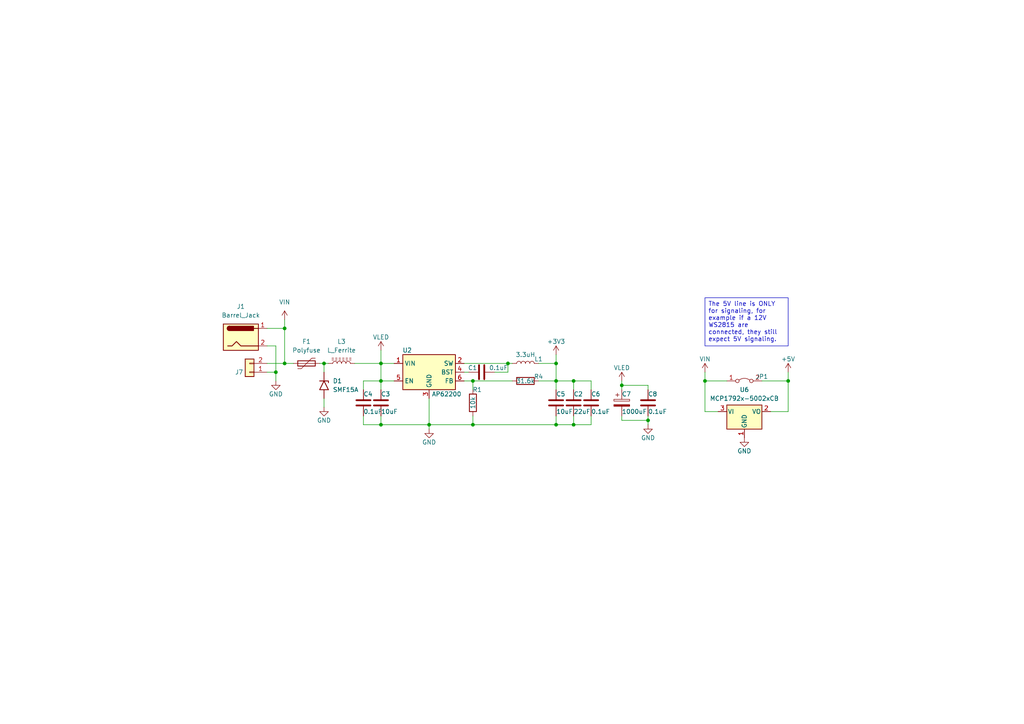
<source format=kicad_sch>
(kicad_sch (version 20230121) (generator eeschema)
  (paper "A4")
  (lib_symbols
    (symbol "Connector:Barrel_Jack" (pin_names (offset 1.016))
      (property "Reference" "J" (at 0 5.334 0))
      (property "Value" "Barrel_Jack" (at 0 -5.08 0))
      (symbol "Barrel_Jack_0_1"
        (rectangle (start -5.08 3.81) (end 5.08 -3.81) (stroke (width 0.254)) (fill (type background)))
        (arc (start -3.302 3.175) (mid -3.9343 2.54) (end -3.302 1.905) (stroke (width 0.254)))
        (arc (start -3.302 3.175) (mid -3.9343 2.54) (end -3.302 1.905) (stroke (width 0.254)) (fill (type outline)))
        (polyline (pts (xy 5.08 2.54) (xy 3.81 2.54)) (stroke (width 0.254)))
        (polyline (pts (xy -3.81 -2.54) (xy -2.54 -2.54) (xy -1.27 -1.27) (xy 0 -2.54) (xy 2.54 -2.54) (xy 5.08 -2.54)) (stroke (width 0.254)))
        (rectangle (start 3.683 3.175) (end -3.302 1.905) (stroke (width 0.254)) (fill (type outline)))
      )
      (symbol "Barrel_Jack_1_1"
        (pin passive line (at 7.62 2.54 180) (length 2.54) (name "~") (number "1"))
        (pin passive line (at 7.62 -2.54 180) (length 2.54) (name "~") (number "2"))
      )
    )
    (symbol "Connector_Generic:Conn_01x02" (pin_names (offset 1.016) hide)
      (property "Reference" "J" (at 0 2.54 0))
      (property "Value" "Conn_01x02" (at 0 -5.08 0))
      (symbol "Conn_01x02_1_1"
        (rectangle (start -1.27 -2.413) (end 0 -2.667) (stroke (width 0.1524)))
        (rectangle (start -1.27 0.127) (end 0 -0.127) (stroke (width 0.1524)))
        (rectangle (start -1.27 1.27) (end 1.27 -3.81) (stroke (width 0.254)) (fill (type background)))
        (pin passive line (at -5.08 0 0) (length 3.81) (name "Pin_1") (number "1"))
        (pin passive line (at -5.08 -2.54 0) (length 3.81) (name "Pin_2") (number "2"))
      )
    )
    (symbol "Device:C" (pin_numbers hide) (pin_names (offset 0.254))
      (property "Reference" "C" (at 0.635 2.54 0))
      (property "Value" "C" (at 0.635 -2.54 0))
      (symbol "C_0_1"
        (polyline (pts (xy -2.032 -0.762) (xy 2.032 -0.762)) (stroke (width 0.508)))
        (polyline (pts (xy -2.032 0.762) (xy 2.032 0.762)) (stroke (width 0.508)))
      )
      (symbol "C_1_1"
        (pin passive line (at 0 3.81 270) (length 2.794) (name "~") (number "1"))
        (pin passive line (at 0 -3.81 90) (length 2.794) (name "~") (number "2"))
      )
    )
    (symbol "Device:C_Polarized" (pin_numbers hide) (pin_names (offset 0.254))
      (property "Reference" "C" (at 0.635 2.54 0))
      (property "Value" "C_Polarized" (at 0.635 -2.54 0))
      (symbol "C_Polarized_0_1"
        (rectangle (start -2.286 0.508) (end 2.286 1.016))
        (polyline (pts (xy -1.778 2.286) (xy -0.762 2.286)))
        (polyline (pts (xy -1.27 2.794) (xy -1.27 1.778)))
        (rectangle (start 2.286 -0.508) (end -2.286 -1.016) (fill (type outline)))
      )
      (symbol "C_Polarized_1_1"
        (pin passive line (at 0 3.81 270) (length 2.794) (name "~") (number "1"))
        (pin passive line (at 0 -3.81 90) (length 2.794) (name "~") (number "2"))
      )
    )
    (symbol "Device:L" (pin_numbers hide) (pin_names (offset 1.016) hide)
      (property "Reference" "L" (at -1.27 0 90))
      (property "Value" "L" (at 1.905 0 90))
      (symbol "L_0_1"
        (arc (start 0 -2.54) (mid 0.6323 -1.905) (end 0 -1.27))
        (arc (start 0 -1.27) (mid 0.6323 -0.635) (end 0 0))
        (arc (start 0 0) (mid 0.6323 0.635) (end 0 1.27))
        (arc (start 0 1.27) (mid 0.6323 1.905) (end 0 2.54))
      )
      (symbol "L_1_1"
        (pin passive line (at 0 3.81 270) (length 1.27) (name "1") (number "1"))
        (pin passive line (at 0 -3.81 90) (length 1.27) (name "2") (number "2"))
      )
    )
    (symbol "Device:L_Ferrite" (pin_numbers hide) (pin_names (offset 1.016) hide)
      (property "Reference" "L" (at -1.27 0 90))
      (property "Value" "L_Ferrite" (at 2.794 0 90))
      (symbol "L_Ferrite_0_1"
        (arc (start 0 -2.54) (mid 0.6323 -1.905) (end 0 -1.27))
        (arc (start 0 -1.27) (mid 0.6323 -0.635) (end 0 0))
        (polyline (pts (xy 1.016 -2.794) (xy 1.016 -2.286)))
        (polyline (pts (xy 1.016 -1.778) (xy 1.016 -1.27)))
        (polyline (pts (xy 1.016 -0.762) (xy 1.016 -0.254)))
        (polyline (pts (xy 1.016 0.254) (xy 1.016 0.762)))
        (polyline (pts (xy 1.016 1.27) (xy 1.016 1.778)))
        (polyline (pts (xy 1.016 2.286) (xy 1.016 2.794)))
        (polyline (pts (xy 1.524 -2.286) (xy 1.524 -2.794)))
        (polyline (pts (xy 1.524 -1.27) (xy 1.524 -1.778)))
        (polyline (pts (xy 1.524 -0.254) (xy 1.524 -0.762)))
        (polyline (pts (xy 1.524 0.762) (xy 1.524 0.254)))
        (polyline (pts (xy 1.524 1.778) (xy 1.524 1.27)))
        (polyline (pts (xy 1.524 2.794) (xy 1.524 2.286)))
        (arc (start 0 0) (mid 0.6323 0.635) (end 0 1.27))
        (arc (start 0 1.27) (mid 0.6323 1.905) (end 0 2.54))
      )
      (symbol "L_Ferrite_1_1"
        (pin passive line (at 0 3.81 270) (length 1.27) (name "1") (number "1"))
        (pin passive line (at 0 -3.81 90) (length 1.27) (name "2") (number "2"))
      )
    )
    (symbol "Device:Polyfuse" (pin_numbers hide) (pin_names (offset 0))
      (property "Reference" "F" (at -2.54 0 90))
      (property "Value" "Polyfuse" (at 2.54 0 90))
      (symbol "Polyfuse_0_1"
        (rectangle (start -0.762 2.54) (end 0.762 -2.54) (stroke (width 0.254)))
        (polyline (pts (xy 0 2.54) (xy 0 -2.54)))
        (polyline (pts (xy -1.524 2.54) (xy -1.524 1.524) (xy 1.524 -1.524) (xy 1.524 -2.54)))
      )
      (symbol "Polyfuse_1_1"
        (pin passive line (at 0 3.81 270) (length 1.27) (name "~") (number "1"))
        (pin passive line (at 0 -3.81 90) (length 1.27) (name "~") (number "2"))
      )
    )
    (symbol "Device:R" (pin_numbers hide) (pin_names (offset 0))
      (property "Reference" "R" (at 2.032 0 90))
      (property "Value" "R" (at 0 0 90))
      (symbol "R_0_1"
        (rectangle (start -1.016 -2.54) (end 1.016 2.54) (stroke (width 0.254)))
      )
      (symbol "R_1_1"
        (pin passive line (at 0 3.81 270) (length 1.27) (name "~") (number "1"))
        (pin passive line (at 0 -3.81 90) (length 1.27) (name "~") (number "2"))
      )
    )
    (symbol "Diode:SMF15A" (pin_numbers hide) (pin_names (offset 1.016) hide)
      (property "Reference" "D" (at 0 2.54 0))
      (property "Value" "SMF15A" (at 0 -2.54 0))
      (symbol "SMF15A_0_1"
        (polyline (pts (xy -0.762 1.27) (xy -1.27 1.27) (xy -1.27 -1.27)) (stroke (width 0.254)))
        (polyline (pts (xy 1.27 1.27) (xy 1.27 -1.27) (xy -1.27 0) (xy 1.27 1.27)) (stroke (width 0.254)))
      )
      (symbol "SMF15A_1_1"
        (pin passive line (at -3.81 0 0) (length 2.54) (name "A1") (number "1"))
        (pin passive line (at 3.81 0 180) (length 2.54) (name "A2") (number "2"))
      )
    )
    (symbol "Jumper:Jumper_2_Bridged" (pin_names (offset 0) hide)
      (property "Reference" "JP" (at 0 1.905 0))
      (property "Value" "Jumper_2_Bridged" (at 0 -2.54 0))
      (symbol "Jumper_2_Bridged_0_0"
        (circle (center -2.032 0) (radius 0.508))
        (circle (center 2.032 0) (radius 0.508))
      )
      (symbol "Jumper_2_Bridged_0_1"
        (arc (start 1.524 0.254) (mid 0 0.762) (end -1.524 0.254))
      )
      (symbol "Jumper_2_Bridged_1_1"
        (pin passive line (at -5.08 0 0) (length 2.54) (name "A") (number "1"))
        (pin passive line (at 5.08 0 180) (length 2.54) (name "B") (number "2"))
      )
    )
    (symbol "ProjectLibrary:VIN" (power) (pin_names (offset 0))
      (property "Value" "VIN" (at 0 3.81 0))
      (symbol "VIN_0_1"
        (polyline (pts (xy -0.762 1.27) (xy 0 2.54)))
        (polyline (pts (xy 0 0) (xy 0 2.54)))
        (polyline (pts (xy 0 2.54) (xy 0.762 1.27)))
      )
      (symbol "VIN_1_1"
        (pin power_in line (at 0 0 90) (length 0) hide (name "VIN") (number "1"))
      )
    )
    (symbol "ProjectLibrary:VLED" (power) (pin_names (offset 0))
      (property "Value" "VLED" (at 0 3.81 0))
      (symbol "VLED_0_1"
        (polyline (pts (xy -0.762 1.27) (xy 0 2.54)))
        (polyline (pts (xy 0 0) (xy 0 2.54)))
        (polyline (pts (xy 0 2.54) (xy 0.762 1.27)))
      )
      (symbol "VLED_1_1"
        (pin power_in line (at 0 0 90) (length 0) hide (name "VLED") (number "1"))
      )
    )
    (symbol "Regulator_Linear:MCP1792x-5002xCB" (pin_names (offset 0.254))
      (property "Reference" "U" (at -3.81 3.175 0))
      (property "Value" "MCP1792x-5002xCB" (at 0 3.175 0))
      (symbol "MCP1792x-5002xCB_0_1"
        (rectangle (start -5.08 1.905) (end 5.08 -5.08) (stroke (width 0.254)) (fill (type background)))
      )
      (symbol "MCP1792x-5002xCB_1_1"
        (pin power_in line (at 0 -7.62 90) (length 2.54) (name "GND") (number "1"))
        (pin power_out line (at 7.62 0 180) (length 2.54) (name "VO") (number "2"))
        (pin power_in line (at -7.62 0 0) (length 2.54) (name "VI") (number "3"))
      )
    )
    (symbol "Regulator_Switching:AP62250Z6"
      (property "Reference" "U" (at -7.62 6.35 0))
      (property "Value" "AP62250Z6" (at 6.35 -6.35 0))
      (symbol "AP62250Z6_0_1"
        (rectangle (start -7.62 5.08) (end 7.62 -5.08) (stroke (width 0.254)) (fill (type background)))
      )
      (symbol "AP62250Z6_1_1"
        (pin power_in line (at -10.16 2.54 0) (length 2.54) (name "VIN") (number "1"))
        (pin output line (at 10.16 2.54 180) (length 2.54) (name "SW") (number "2"))
        (pin power_in line (at 0 -7.62 90) (length 2.54) (name "GND") (number "3"))
        (pin passive line (at 10.16 0 180) (length 2.54) (name "BST") (number "4"))
        (pin input line (at -10.16 -2.54 0) (length 2.54) (name "EN") (number "5"))
        (pin input line (at 10.16 -2.54 180) (length 2.54) (name "FB") (number "6"))
      )
    )
    (symbol "power:+3.3V" (power) (pin_names (offset 0))
      (property "Value" "+3.3V" (at 0 3.556 0))
      (symbol "+3.3V_0_1"
        (polyline (pts (xy -0.762 1.27) (xy 0 2.54)))
        (polyline (pts (xy 0 0) (xy 0 2.54)))
        (polyline (pts (xy 0 2.54) (xy 0.762 1.27)))
      )
      (symbol "+3.3V_1_1"
        (pin power_in line (at 0 0 90) (length 0) hide (name "+3V3") (number "1"))
      )
    )
    (symbol "power:+5V" (power) (pin_names (offset 0))
      (property "Value" "+5V" (at 0 3.556 0))
      (symbol "+5V_0_1"
        (polyline (pts (xy -0.762 1.27) (xy 0 2.54)))
        (polyline (pts (xy 0 0) (xy 0 2.54)))
        (polyline (pts (xy 0 2.54) (xy 0.762 1.27)))
      )
      (symbol "+5V_1_1"
        (pin power_in line (at 0 0 90) (length 0) hide (name "+5V") (number "1"))
      )
    )
    (symbol "power:GND" (power) (pin_names (offset 0))
      (property "Value" "GND" (at 0 -3.81 0))
      (symbol "GND_0_1"
        (polyline (pts (xy 0 0) (xy 0 -1.27) (xy 1.27 -1.27) (xy 0 -2.54) (xy -1.27 -1.27) (xy 0 -1.27)))
      )
      (symbol "GND_1_1"
        (pin power_in line (at 0 0 270) (length 0) hide (name "GND") (number "1"))
      )
    )
  )
  (junction (at 82.55 95.25))
  (junction (at 137.16 123.19))
  (junction (at 110.49 105.41))
  (junction (at 161.29 105.41))
  (junction (at 147.32 105.41))
  (junction (at 82.55 105.41))
  (junction (at 166.37 123.19))
  (junction (at 166.37 110.49))
  (junction (at 124.46 123.19))
  (junction (at 80.01 107.95))
  (junction (at 161.29 123.19))
  (junction (at 137.16 110.49))
  (junction (at 93.98 105.41))
  (junction (at 110.49 123.19))
  (junction (at 110.49 110.49))
  (junction (at 204.47 110.49))
  (junction (at 187.96 121.92) (diameter 0.9144))
  (junction (at 161.29 110.49))
  (junction (at 228.6 110.49))
  (junction (at 180.34 111.76) (diameter 0.9144))
  (wire (pts (xy 134.62 105.41) (xy 147.32 105.41)))
  (wire (pts (xy 228.6 110.49) (xy 228.6 119.38)))
  (wire (pts (xy 180.34 121.92) (xy 187.96 121.92)))
  (wire (pts (xy 82.55 105.41) (xy 85.09 105.41)))
  (wire (pts (xy 105.41 120.65) (xy 105.41 123.19)))
  (wire (pts (xy 147.32 105.41) (xy 148.59 105.41)))
  (wire (pts (xy 134.62 110.49) (xy 137.16 110.49)))
  (wire (pts (xy 110.49 110.49) (xy 110.49 113.03)))
  (wire (pts (xy 137.16 120.65) (xy 137.16 123.19)))
  (wire (pts (xy 77.47 100.33) (xy 80.01 100.33)))
  (wire (pts (xy 92.71 105.41) (xy 93.98 105.41)))
  (wire (pts (xy 166.37 123.19) (xy 171.45 123.19)))
  (wire (pts (xy 137.16 110.49) (xy 148.59 110.49)))
  (wire (pts (xy 166.37 110.49) (xy 171.45 110.49)))
  (wire (pts (xy 166.37 110.49) (xy 166.37 113.03)))
  (wire (pts (xy 93.98 105.41) (xy 95.25 105.41)))
  (wire (pts (xy 220.98 110.49) (xy 228.6 110.49)))
  (wire (pts (xy 124.46 123.19) (xy 137.16 123.19)))
  (wire (pts (xy 137.16 110.49) (xy 137.16 113.03)))
  (wire (pts (xy 110.49 105.41) (xy 114.3 105.41)))
  (wire (pts (xy 161.29 123.19) (xy 166.37 123.19)))
  (wire (pts (xy 161.29 105.41) (xy 156.21 105.41)))
  (wire (pts (xy 134.62 107.95) (xy 135.89 107.95)))
  (wire (pts (xy 161.29 120.65) (xy 161.29 123.19)))
  (wire (pts (xy 171.45 110.49) (xy 171.45 113.03)))
  (wire (pts (xy 80.01 110.49) (xy 80.01 107.95)))
  (wire (pts (xy 187.96 121.92) (xy 187.96 120.65)))
  (wire (pts (xy 124.46 124.46) (xy 124.46 123.19)))
  (wire (pts (xy 102.87 105.41) (xy 110.49 105.41)))
  (wire (pts (xy 204.47 119.38) (xy 208.28 119.38)))
  (wire (pts (xy 166.37 123.19) (xy 166.37 120.65)))
  (wire (pts (xy 161.29 110.49) (xy 161.29 113.03)))
  (wire (pts (xy 110.49 101.6) (xy 110.49 105.41)))
  (wire (pts (xy 77.47 95.25) (xy 82.55 95.25)))
  (wire (pts (xy 228.6 107.95) (xy 228.6 110.49)))
  (wire (pts (xy 180.34 113.03) (xy 180.34 111.76)))
  (wire (pts (xy 110.49 110.49) (xy 110.49 105.41)))
  (wire (pts (xy 204.47 107.95) (xy 204.47 110.49)))
  (wire (pts (xy 147.32 105.41) (xy 147.32 107.95)))
  (wire (pts (xy 93.98 115.57) (xy 93.98 118.11)))
  (wire (pts (xy 110.49 123.19) (xy 110.49 120.65)))
  (wire (pts (xy 77.47 105.41) (xy 82.55 105.41)))
  (wire (pts (xy 171.45 123.19) (xy 171.45 120.65)))
  (wire (pts (xy 82.55 95.25) (xy 82.55 105.41)))
  (wire (pts (xy 156.21 110.49) (xy 161.29 110.49)))
  (wire (pts (xy 105.41 123.19) (xy 110.49 123.19)))
  (wire (pts (xy 180.34 110.49) (xy 180.34 111.76)))
  (wire (pts (xy 82.55 92.71) (xy 82.55 95.25)))
  (wire (pts (xy 161.29 110.49) (xy 166.37 110.49)))
  (wire (pts (xy 187.96 123.19) (xy 187.96 121.92)))
  (wire (pts (xy 223.52 119.38) (xy 228.6 119.38)))
  (wire (pts (xy 114.3 110.49) (xy 110.49 110.49)))
  (wire (pts (xy 161.29 102.87) (xy 161.29 105.41)))
  (wire (pts (xy 105.41 110.49) (xy 110.49 110.49)))
  (wire (pts (xy 187.96 111.76) (xy 187.96 113.03)))
  (wire (pts (xy 105.41 113.03) (xy 105.41 110.49)))
  (wire (pts (xy 80.01 100.33) (xy 80.01 107.95)))
  (wire (pts (xy 210.82 110.49) (xy 204.47 110.49)))
  (wire (pts (xy 80.01 107.95) (xy 77.47 107.95)))
  (wire (pts (xy 124.46 123.19) (xy 110.49 123.19)))
  (wire (pts (xy 180.34 111.76) (xy 187.96 111.76)))
  (wire (pts (xy 180.34 120.65) (xy 180.34 121.92)))
  (wire (pts (xy 147.32 107.95) (xy 143.51 107.95)))
  (wire (pts (xy 161.29 110.49) (xy 161.29 105.41)))
  (wire (pts (xy 161.29 123.19) (xy 137.16 123.19)))
  (wire (pts (xy 124.46 115.57) (xy 124.46 123.19)))
  (wire (pts (xy 204.47 110.49) (xy 204.47 119.38)))
  (wire (pts (xy 93.98 107.95) (xy 93.98 105.41)))
  (text_box "The 5V line is ONLY for signaling, for example if a 12V WS2815 are connected, they still expect 5V signaling." (at 204.47 86.36 0) (size 24.13 13.97) (effects (font (size 1.27 1.27)) (justify left top)))
  (symbol (lib_id "ProjectLibrary:VLED") (at 180.34 110.49 0) (unit 1)
    (property "Reference" "#PWR039" (effects hide))
    (property "Value" "VLED" (at 180.34 106.68 0))
    (instances (project "LED_Controller" (path "" (reference "#PWR039") (unit 1)) (path "" (reference "#PWR032") (unit 1))))
  )
  (symbol (lib_id "power:+5V") (at 228.6 107.95 0) (unit 1)
    (property "Reference" "#PWR0110" (effects hide))
    (property "Value" "+5V" (at 228.6 104.14 0))
    (instances (project "LED_Controller" (path "" (reference "#PWR0110") (unit 1)) (path "" (reference "#PWR030") (unit 1))))
  )
  (symbol (lib_id "Device:Polyfuse") (at 88.9 105.41 90) (unit 1)
    (property "Reference" "F1" (at 88.9 99.06 90))
    (property "Value" "Polyfuse" (at 88.9 101.6 90))
  )
  (symbol (lib_id "ProjectLibrary:VIN") (at 204.47 107.95 0) (unit 1)
    (property "Reference" "#PWR0109" (effects hide))
    (property "Value" "VIN" (at 204.47 104.14 0))
    (instances (project "LED_Controller" (path "" (reference "#PWR0109") (unit 1)) (path "" (reference "#PWR029") (unit 1))))
  )
  (symbol (lib_id "Connector_Generic:Conn_01x02") (at 72.39 107.95 180) (unit 1)
    (property "Reference" "J7" (at 69.342 107.95 0))
    (property "Value" "Conn_01x02" (effects hide))
    (property "Footprint" "TerminalBlock_Phoenix:TerminalBlock_Phoenix_MKDS-1,5-2-5.08_1x02_P5.08mm_Horizontal" (effects hide))
    (instances (project "LED_Controller" (path "" (reference "J7") (unit 1)) (path "" (reference "J4") (unit 1))))
  )
  (symbol (lib_id "Jumper:Jumper_2_Bridged") (at 215.9 110.49 0) (unit 1)
    (property "Reference" "JP1" (at 220.98 109.22 0))
    (property "Value" "Jumper_2_Bridged" (effects hide))
    (property "Footprint" "Jumper:SolderJumper-2_P1.3mm_Bridged2Bar_Pad1.0x1.5mm" (effects hide))
  )
  (symbol (lib_id "ProjectLibrary:VLED") (at 110.49 101.6 0) (unit 1)
    (property "Reference" "#PWR0105" (effects hide))
    (property "Value" "VLED" (at 110.49 97.79 0))
    (instances (project "LED_Controller" (path "" (reference "#PWR0105") (unit 1)) (path "" (reference "#PWR026") (unit 1))))
  )
  (symbol (lib_id "power:GND") (at 80.01 110.49 0) (unit 1)
    (property "Reference" "#PWR043" (effects hide))
    (property "Value" "GND" (at 80.01 114.3 0))
    (instances (project "LED_Controller" (path "" (reference "#PWR043") (unit 1)) (path "" (reference "#PWR031") (unit 1))))
  )
  (symbol (lib_id "Device:C") (at 139.7 107.95 90) (unit 1)
    (property "Reference" "C1" (at 138.43 106.68 90) (effects (justify left)))
    (property "Value" "0.1uF" (at 147.32 106.68 90) (effects (justify left)))
    (property "Footprint" "Capacitor_SMD:C_0805_2012Metric_Pad1.18x1.45mm_HandSolder" (effects hide))
  )
  (symbol (lib_id "power:GND") (at 124.46 124.46 0) (unit 1)
    (property "Reference" "#PWR0104" (effects hide))
    (property "Value" "GND" (at 124.46 128.27 0))
    (instances (project "LED_Controller" (path "" (reference "#PWR0104") (unit 1)) (path "" (reference "#PWR035") (unit 1))))
  )
  (symbol (lib_id "Diode:SMF15A") (at 93.98 111.76 270) (unit 1)
    (property "Reference" "D1" (at 96.52 110.49 90) (effects (justify left)))
    (property "Value" "SMF15A" (at 96.52 113.03 90) (effects (justify left)))
    (property "Footprint" "Diode_SMD:D_SMF" (effects hide))
    (property "Datasheet" "https://www.vishay.com/doc?85881" (effects hide))
  )
  (symbol (lib_id "Device:C") (at 171.45 116.84 0) (unit 1)
    (property "Reference" "C6" (at 171.45 114.2999 0) (effects (justify left)))
    (property "Value" "0.1uF" (at 171.45 119.3799 0) (effects (justify left)))
    (property "Footprint" "Capacitor_SMD:C_0805_2012Metric_Pad1.18x1.45mm_HandSolder" (effects hide))
  )
  (symbol (lib_id "Device:L_Ferrite") (at 99.06 105.41 90) (unit 1)
    (property "Reference" "L3" (at 99.06 99.06 90))
    (property "Value" "L_Ferrite" (at 99.06 101.6 90))
    (instances (project "LED_Controller" (path "" (reference "L3") (unit 1)) (path "" (reference "L1") (unit 1))))
  )
  (symbol (lib_id "Device:C_Polarized") (at 180.34 116.84 0) (unit 1)
    (property "Reference" "C7" (at 180.34 114.2999 0) (effects (justify left)))
    (property "Value" "1000uF" (at 180.34 119.3799 0) (effects (justify left)))
    (property "Footprint" "Capacitor_THT:CP_Radial_D10.0mm_P5.00mm_P7.50mm" (effects hide))
  )
  (symbol (lib_id "Device:C") (at 161.29 116.84 0) (unit 1)
    (property "Reference" "C5" (at 161.29 114.2999 0) (effects (justify left)))
    (property "Value" "10uF" (at 161.29 119.3799 0) (effects (justify left)))
    (property "Footprint" "Capacitor_SMD:C_1206_3216Metric_Pad1.33x1.80mm_HandSolder" (effects hide))
    (instances (project "LED_Controller" (path "" (reference "C5") (unit 1)) (path "" (reference "C4") (unit 1))))
  )
  (symbol (lib_id "Device:C") (at 166.37 116.84 0) (unit 1)
    (property "Reference" "C2" (at 166.37 114.2999 0) (effects (justify left)))
    (property "Value" "22uF" (at 166.37 119.3799 0) (effects (justify left)))
    (property "Footprint" "Capacitor_SMD:C_1206_3216Metric_Pad1.33x1.80mm_HandSolder" (effects hide))
    (instances (project "LED_Controller" (path "" (reference "C2") (unit 1)) (path "" (reference "C5") (unit 1))))
  )
  (symbol (lib_id "power:GND") (at 187.96 123.19 0) (unit 1)
    (property "Reference" "#PWR044" (effects hide))
    (property "Value" "GND" (at 187.96 127 0))
    (instances (project "LED_Controller" (path "" (reference "#PWR044") (unit 1)) (path "" (reference "#PWR034") (unit 1))))
  )
  (symbol (lib_id "ProjectLibrary:VIN") (at 82.55 92.71 0) (unit 1)
    (property "Reference" "#PWR026" (effects hide))
    (property "Value" "VIN" (at 82.55 87.63 0))
    (instances (project "LED_Controller" (path "" (reference "#PWR026") (unit 1)) (path "" (reference "#PWR05") (unit 1))))
  )
  (symbol (lib_id "power:GND") (at 215.9 127 0) (unit 1)
    (property "Reference" "#PWR0111" (effects hide))
    (property "Value" "GND" (at 215.9 130.81 0))
    (instances (project "LED_Controller" (path "" (reference "#PWR0111") (unit 1)) (path "" (reference "#PWR036") (unit 1))))
  )
  (symbol (lib_id "Device:C") (at 187.96 116.84 0) (unit 1)
    (property "Reference" "C8" (at 187.96 114.2999 0) (effects (justify left)))
    (property "Value" "0.1uF" (at 187.96 119.3799 0) (effects (justify left)))
    (property "Footprint" "Capacitor_SMD:C_0805_2012Metric_Pad1.18x1.45mm_HandSolder" (effects hide))
  )
  (symbol (lib_id "power:+3.3V") (at 161.29 102.87 0) (unit 1)
    (property "Reference" "#PWR035" (effects hide))
    (property "Value" "+3.3V" (at 161.29 99.06 0))
    (instances (project "LED_Controller" (path "" (reference "#PWR035") (unit 1)) (path "" (reference "#PWR028") (unit 1))))
  )
  (symbol (lib_id "power:GND") (at 93.98 118.11 0) (unit 1)
    (property "Reference" "#PWR05" (effects hide))
    (property "Value" "GND" (at 93.98 121.92 0))
    (instances (project "LED_Controller" (path "" (reference "#PWR05") (unit 1)) (path "" (reference "#PWR033") (unit 1))))
  )
  (symbol (lib_id "Regulator_Switching:AP62250Z6") (at 124.46 107.95 0) (unit 1)
    (property "Reference" "U2" (at 118.11 101.6 0))
    (property "Value" "AP62200" (at 129.54 114.3 0))
    (property "Footprint" "Package_TO_SOT_SMD:SOT-563" (effects hide))
    (property "Datasheet" "https://www.diodes.com/assets/Datasheets/AP62250.pdf" (effects hide))
  )
  (symbol (lib_id "Device:R") (at 152.4 110.49 90) (unit 1)
    (property "Reference" "R4" (at 156.21 109.22 90))
    (property "Value" "31.6k" (at 152.4 110.49 90))
    (property "Footprint" "Resistor_SMD:R_0805_2012Metric_Pad1.20x1.40mm_HandSolder" (effects hide))
    (instances (project "LED_Controller" (path "" (reference "R4") (unit 1)) (path "" (reference "R1") (unit 1))))
  )
  (symbol (lib_id "Device:C") (at 110.49 116.84 0) (unit 1)
    (property "Reference" "C3" (at 110.49 114.2999 0) (effects (justify left)))
    (property "Value" "10uF" (at 110.49 119.3799 0) (effects (justify left)))
    (property "Footprint" "Capacitor_SMD:C_0805_2012Metric_Pad1.18x1.45mm_HandSolder" (effects hide))
  )
  (symbol (lib_id "Device:R") (at 137.16 116.84 180) (unit 1)
    (property "Reference" "R1" (at 138.43 113.03 0))
    (property "Value" "10k" (at 137.16 116.84 90))
    (property "Footprint" "Resistor_SMD:R_0805_2012Metric_Pad1.20x1.40mm_HandSolder" (effects hide))
    (instances (project "LED_Controller" (path "" (reference "R1") (unit 1)) (path "" (reference "R4") (unit 1))))
  )
  (symbol (lib_id "Device:L") (at 152.4 105.41 90) (unit 1)
    (property "Reference" "L1" (at 156.21 104.14 90))
    (property "Value" "3.3uH" (at 152.4 102.87 90))
    (property "Footprint" "Inductor_SMD:L_1206_3216Metric_Pad1.22x1.90mm_HandSolder" (effects hide))
    (instances (project "LED_Controller" (path "" (reference "L1") (unit 1)) (path "" (reference "L3") (unit 1))))
  )
  (symbol (lib_id "Device:C") (at 105.41 116.84 0) (unit 1)
    (property "Reference" "C4" (at 105.41 114.2999 0) (effects (justify left)))
    (property "Value" "0.1uF" (at 105.41 119.3799 0) (effects (justify left)))
    (property "Footprint" "Capacitor_SMD:C_0805_2012Metric_Pad1.18x1.45mm_HandSolder" (effects hide))
    (instances (project "LED_Controller" (path "" (reference "C4") (unit 1)) (path "" (reference "C2") (unit 1))))
  )
  (symbol (lib_id "Regulator_Linear:MCP1792x-5002xCB") (at 215.9 119.38 0) (unit 1)
    (property "Reference" "U6" (at 215.9 113.03 0))
    (property "Value" "MCP1792x-5002xCB" (at 215.9 115.57 0))
    (property "Footprint" "Package_TO_SOT_SMD:SOT-23" (effects hide))
    (property "Datasheet" "https://ww1.microchip.com/downloads/aemDocuments/documents/APID/ProductDocuments/DataSheets/MCP1792-Family-Data-Sheet-DS20006229D.pdf" (effects hide))
  )
  (symbol (lib_id "Connector:Barrel_Jack") (at 69.85 97.79 0) (unit 1)
    (property "Reference" "J1" (at 69.85 88.9 0))
    (property "Value" "Barrel_Jack" (at 69.85 91.44 0))
    (property "Footprint" "Connector_BarrelJack:BarrelJack_Horizontal" (effects hide))
  )
)
</source>
